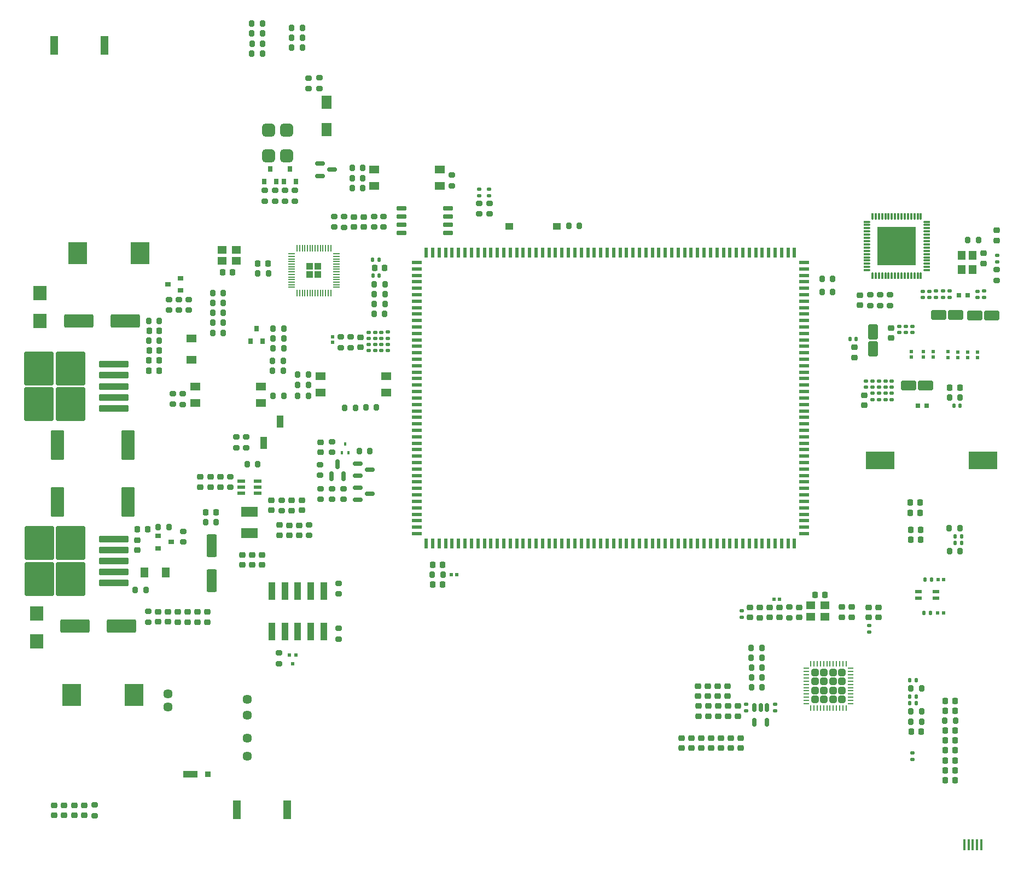
<source format=gtp>
G04 #@! TF.GenerationSoftware,KiCad,Pcbnew,8.0.0-rc1*
G04 #@! TF.CreationDate,2024-10-18T14:45:25+03:00*
G04 #@! TF.ProjectId,Movita_3568_XV_Router_V4.1,4d6f7669-7461-45f3-9335-36385f58565f,REV1*
G04 #@! TF.SameCoordinates,Original*
G04 #@! TF.FileFunction,Paste,Top*
G04 #@! TF.FilePolarity,Positive*
%FSLAX46Y46*%
G04 Gerber Fmt 4.6, Leading zero omitted, Abs format (unit mm)*
G04 Created by KiCad (PCBNEW 8.0.0-rc1) date 2024-10-18 14:45:25*
%MOMM*%
%LPD*%
G01*
G04 APERTURE LIST*
G04 Aperture macros list*
%AMRoundRect*
0 Rectangle with rounded corners*
0 $1 Rounding radius*
0 $2 $3 $4 $5 $6 $7 $8 $9 X,Y pos of 4 corners*
0 Add a 4 corners polygon primitive as box body*
4,1,4,$2,$3,$4,$5,$6,$7,$8,$9,$2,$3,0*
0 Add four circle primitives for the rounded corners*
1,1,$1+$1,$2,$3*
1,1,$1+$1,$4,$5*
1,1,$1+$1,$6,$7*
1,1,$1+$1,$8,$9*
0 Add four rect primitives between the rounded corners*
20,1,$1+$1,$2,$3,$4,$5,0*
20,1,$1+$1,$4,$5,$6,$7,0*
20,1,$1+$1,$6,$7,$8,$9,0*
20,1,$1+$1,$8,$9,$2,$3,0*%
%AMFreePoly0*
4,1,12,-0.135000,0.500000,0.135000,0.500000,0.135000,-0.365000,0.124724,-0.416662,0.095459,-0.460459,0.051662,-0.489724,0.000000,-0.500000,-0.051662,-0.489724,-0.095459,-0.460459,-0.124724,-0.416662,-0.135000,-0.365000,-0.135000,0.500000,-0.135000,0.500000,$1*%
%AMFreePoly1*
4,1,5,3.000000,-3.000000,-3.000000,-3.000000,-3.000000,3.000000,3.000000,3.000000,3.000000,-3.000000,3.000000,-3.000000,$1*%
G04 Aperture macros list end*
%ADD10RoundRect,0.200000X-0.200000X-0.275000X0.200000X-0.275000X0.200000X0.275000X-0.200000X0.275000X0*%
%ADD11RoundRect,0.140000X0.170000X-0.140000X0.170000X0.140000X-0.170000X0.140000X-0.170000X-0.140000X0*%
%ADD12RoundRect,0.200000X0.200000X0.275000X-0.200000X0.275000X-0.200000X-0.275000X0.200000X-0.275000X0*%
%ADD13RoundRect,0.140000X-0.140000X-0.170000X0.140000X-0.170000X0.140000X0.170000X-0.140000X0.170000X0*%
%ADD14RoundRect,0.135000X0.185000X-0.135000X0.185000X0.135000X-0.185000X0.135000X-0.185000X-0.135000X0*%
%ADD15RoundRect,0.200000X0.275000X-0.200000X0.275000X0.200000X-0.275000X0.200000X-0.275000X-0.200000X0*%
%ADD16RoundRect,0.225000X-0.250000X0.225000X-0.250000X-0.225000X0.250000X-0.225000X0.250000X0.225000X0*%
%ADD17RoundRect,0.135000X0.135000X0.185000X-0.135000X0.185000X-0.135000X-0.185000X0.135000X-0.185000X0*%
%ADD18RoundRect,0.140000X-0.170000X0.140000X-0.170000X-0.140000X0.170000X-0.140000X0.170000X0.140000X0*%
%ADD19RoundRect,0.200000X-0.275000X0.200000X-0.275000X-0.200000X0.275000X-0.200000X0.275000X0.200000X0*%
%ADD20R,1.150000X1.650000*%
%ADD21RoundRect,0.250000X0.315000X-0.315000X0.315000X0.315000X-0.315000X0.315000X-0.315000X-0.315000X0*%
%ADD22RoundRect,0.062500X0.062500X-0.375000X0.062500X0.375000X-0.062500X0.375000X-0.062500X-0.375000X0*%
%ADD23RoundRect,0.062500X0.375000X-0.062500X0.375000X0.062500X-0.375000X0.062500X-0.375000X-0.062500X0*%
%ADD24R,1.300000X3.000000*%
%ADD25R,0.650000X0.700000*%
%ADD26RoundRect,0.225000X-0.225000X-0.250000X0.225000X-0.250000X0.225000X0.250000X-0.225000X0.250000X0*%
%ADD27RoundRect,0.135000X-0.135000X-0.185000X0.135000X-0.185000X0.135000X0.185000X-0.135000X0.185000X0*%
%ADD28R,1.500000X0.600000*%
%ADD29R,0.600000X1.500000*%
%ADD30RoundRect,0.225000X0.250000X-0.225000X0.250000X0.225000X-0.250000X0.225000X-0.250000X-0.225000X0*%
%ADD31RoundRect,0.225000X0.225000X0.250000X-0.225000X0.250000X-0.225000X-0.250000X0.225000X-0.250000X0*%
%ADD32R,1.000000X2.750000*%
%ADD33R,0.800000X0.900000*%
%ADD34R,0.900000X0.800000*%
%ADD35R,0.600000X0.550000*%
%ADD36RoundRect,0.135000X-0.185000X0.135000X-0.185000X-0.135000X0.185000X-0.135000X0.185000X0.135000X0*%
%ADD37R,1.500000X1.250000*%
%ADD38RoundRect,0.140000X0.140000X0.170000X-0.140000X0.170000X-0.140000X-0.170000X0.140000X-0.170000X0*%
%ADD39R,0.550000X0.600000*%
%ADD40RoundRect,0.218750X0.256250X-0.218750X0.256250X0.218750X-0.256250X0.218750X-0.256250X-0.218750X0*%
%ADD41RoundRect,0.250000X-0.292217X0.292217X-0.292217X-0.292217X0.292217X-0.292217X0.292217X0.292217X0*%
%ADD42RoundRect,0.050000X-0.050000X0.425000X-0.050000X-0.425000X0.050000X-0.425000X0.050000X0.425000X0*%
%ADD43RoundRect,0.050000X-0.425000X0.050000X-0.425000X-0.050000X0.425000X-0.050000X0.425000X0.050000X0*%
%ADD44RoundRect,0.500000X0.500000X-0.500000X0.500000X0.500000X-0.500000X0.500000X-0.500000X-0.500000X0*%
%ADD45RoundRect,0.500000X-0.500000X0.500000X-0.500000X-0.500000X0.500000X-0.500000X0.500000X0.500000X0*%
%ADD46R,2.170000X1.120000*%
%ADD47R,0.850000X0.850000*%
%ADD48FreePoly0,0.000000*%
%ADD49FreePoly0,90.000000*%
%ADD50FreePoly0,180.000000*%
%ADD51FreePoly0,270.000000*%
%ADD52FreePoly1,0.000000*%
%ADD53R,1.200000X1.400000*%
%ADD54RoundRect,0.250001X0.799999X-2.049999X0.799999X2.049999X-0.799999X2.049999X-0.799999X-2.049999X0*%
%ADD55RoundRect,0.250001X1.999999X0.799999X-1.999999X0.799999X-1.999999X-0.799999X1.999999X-0.799999X0*%
%ADD56R,0.400000X1.745000*%
%ADD57RoundRect,0.250001X-0.799999X2.049999X-0.799999X-2.049999X0.799999X-2.049999X0.799999X2.049999X0*%
%ADD58R,1.400000X1.200000*%
%ADD59R,1.200000X1.000000*%
%ADD60RoundRect,0.250001X-0.924999X-0.499999X0.924999X-0.499999X0.924999X0.499999X-0.924999X0.499999X0*%
%ADD61RoundRect,0.250000X-0.550000X1.500000X-0.550000X-1.500000X0.550000X-1.500000X0.550000X1.500000X0*%
%ADD62RoundRect,0.250000X2.050000X0.300000X-2.050000X0.300000X-2.050000X-0.300000X2.050000X-0.300000X0*%
%ADD63RoundRect,0.250000X2.025000X2.375000X-2.025000X2.375000X-2.025000X-2.375000X2.025000X-2.375000X0*%
%ADD64R,0.400000X0.510000*%
%ADD65RoundRect,0.150000X-0.587500X-0.150000X0.587500X-0.150000X0.587500X0.150000X-0.587500X0.150000X0*%
%ADD66RoundRect,0.147500X-0.172500X0.147500X-0.172500X-0.147500X0.172500X-0.147500X0.172500X0.147500X0*%
%ADD67R,1.050000X0.600000*%
%ADD68RoundRect,0.150000X-0.150000X0.512500X-0.150000X-0.512500X0.150000X-0.512500X0.150000X0.512500X0*%
%ADD69R,3.000000X3.500000*%
%ADD70RoundRect,0.150000X-0.650000X-0.150000X0.650000X-0.150000X0.650000X0.150000X-0.650000X0.150000X0*%
%ADD71RoundRect,0.218750X0.218750X0.256250X-0.218750X0.256250X-0.218750X-0.256250X0.218750X-0.256250X0*%
%ADD72RoundRect,0.218750X-0.256250X0.218750X-0.256250X-0.218750X0.256250X-0.218750X0.256250X0.218750X0*%
%ADD73RoundRect,0.250001X0.924999X0.499999X-0.924999X0.499999X-0.924999X-0.499999X0.924999X-0.499999X0*%
%ADD74R,2.500000X1.500000*%
%ADD75R,1.200000X0.600000*%
%ADD76RoundRect,0.500000X0.200000X0.150000X-0.200000X0.150000X-0.200000X-0.150000X0.200000X-0.150000X0*%
%ADD77R,1.000000X1.900000*%
%ADD78RoundRect,0.250001X-0.499999X0.924999X-0.499999X-0.924999X0.499999X-0.924999X0.499999X0.924999X0*%
%ADD79R,2.050000X2.250000*%
%ADD80R,1.500000X2.120000*%
%ADD81R,4.400000X2.800000*%
%ADD82R,0.500000X0.600000*%
%ADD83R,1.650000X1.150000*%
%ADD84RoundRect,0.150000X0.150000X-0.587500X0.150000X0.587500X-0.150000X0.587500X-0.150000X-0.587500X0*%
G04 APERTURE END LIST*
D10*
X192485000Y-142700000D03*
X194135000Y-142700000D03*
D11*
X192170000Y-77110000D03*
X192170000Y-76150000D03*
X182270000Y-91040000D03*
X182270000Y-90080000D03*
D12*
X105815000Y-78165000D03*
X104165000Y-78165000D03*
D13*
X103930000Y-71270000D03*
X104890000Y-71270000D03*
D14*
X166230000Y-141160000D03*
X166230000Y-140140000D03*
D13*
X103940000Y-73770000D03*
X104900000Y-73770000D03*
D15*
X88790000Y-62225711D03*
X88790000Y-60575711D03*
D12*
X194845000Y-92590000D03*
X193195000Y-92590000D03*
D15*
X89440000Y-133825000D03*
X89440000Y-132175000D03*
D16*
X86770000Y-116975000D03*
X86770000Y-118525000D03*
D17*
X188020000Y-136400000D03*
X187000000Y-136400000D03*
D18*
X184270000Y-91970000D03*
X184270000Y-92930000D03*
D10*
X88410000Y-86940000D03*
X90060000Y-86940000D03*
D15*
X91870000Y-62225000D03*
X91870000Y-60575000D03*
D19*
X84340000Y-98760000D03*
X84340000Y-100410000D03*
D12*
X72395000Y-112670000D03*
X70745000Y-112670000D03*
D16*
X70670000Y-125800000D03*
X70670000Y-127350000D03*
D20*
X68577500Y-119695000D03*
X71877500Y-119695000D03*
D10*
X193195000Y-116450000D03*
X194845000Y-116450000D03*
D21*
X172362500Y-139390000D03*
X173762500Y-139390000D03*
X175162500Y-139390000D03*
X176562500Y-139390000D03*
X172362500Y-137990000D03*
X173762500Y-137990000D03*
X175162500Y-137990000D03*
X176562500Y-137990000D03*
X172362500Y-136590000D03*
X173762500Y-136590000D03*
X175162500Y-136590000D03*
X176562500Y-136590000D03*
X172362500Y-135190000D03*
X173762500Y-135190000D03*
X175162500Y-135190000D03*
X176562500Y-135190000D03*
D22*
X171712500Y-140727500D03*
X172212500Y-140727500D03*
X172712500Y-140727500D03*
X173212500Y-140727500D03*
X173712500Y-140727500D03*
X174212500Y-140727500D03*
X174712500Y-140727500D03*
X175212500Y-140727500D03*
X175712500Y-140727500D03*
X176212500Y-140727500D03*
X176712500Y-140727500D03*
X177212500Y-140727500D03*
D23*
X177900000Y-140040000D03*
X177900000Y-139540000D03*
X177900000Y-139040000D03*
X177900000Y-138540000D03*
X177900000Y-138040000D03*
X177900000Y-137540000D03*
X177900000Y-137040000D03*
X177900000Y-136540000D03*
X177900000Y-136040000D03*
X177900000Y-135540000D03*
X177900000Y-135040000D03*
X177900000Y-134540000D03*
D22*
X177212500Y-133852500D03*
X176712500Y-133852500D03*
X176212500Y-133852500D03*
X175712500Y-133852500D03*
X175212500Y-133852500D03*
X174712500Y-133852500D03*
X174212500Y-133852500D03*
X173712500Y-133852500D03*
X173212500Y-133852500D03*
X172712500Y-133852500D03*
X172212500Y-133852500D03*
X171712500Y-133852500D03*
D23*
X171025000Y-134540000D03*
X171025000Y-135040000D03*
X171025000Y-135540000D03*
X171025000Y-136040000D03*
X171025000Y-136540000D03*
X171025000Y-137040000D03*
X171025000Y-137540000D03*
X171025000Y-138040000D03*
X171025000Y-138540000D03*
X171025000Y-139040000D03*
X171025000Y-139540000D03*
X171025000Y-140040000D03*
D16*
X72210000Y-125800000D03*
X72210000Y-127350000D03*
D24*
X82915000Y-156430000D03*
X90715000Y-156430000D03*
D25*
X195975000Y-76790000D03*
X194625000Y-76790000D03*
D26*
X113175000Y-121580000D03*
X114725000Y-121580000D03*
D27*
X189400000Y-120790000D03*
X190420000Y-120790000D03*
D28*
X170710000Y-113700000D03*
X170710000Y-112700000D03*
X170710000Y-111700000D03*
X170710000Y-110700000D03*
X170710000Y-109700000D03*
X170710000Y-108700000D03*
X170710000Y-107700000D03*
X170710000Y-106700000D03*
X170710000Y-105700000D03*
X170710000Y-104700000D03*
X170710000Y-103700000D03*
X170710000Y-102700000D03*
X170710000Y-101700000D03*
X170710000Y-100700000D03*
X170710000Y-99700000D03*
X170710000Y-98700000D03*
X170710000Y-97700000D03*
X170710000Y-96700000D03*
X170710000Y-95700000D03*
X170710000Y-94700000D03*
X170710000Y-93700000D03*
X170710000Y-92700000D03*
X170710000Y-91700000D03*
X170710000Y-90700000D03*
X170710000Y-89700000D03*
X170710000Y-88700000D03*
X170710000Y-87700000D03*
X170710000Y-86700000D03*
X170710000Y-85700000D03*
X170710000Y-84700000D03*
X170710000Y-83700000D03*
X170710000Y-82700000D03*
X170710000Y-81700000D03*
X170710000Y-80700000D03*
X170710000Y-79700000D03*
X170710000Y-78700000D03*
X170710000Y-77700000D03*
X170710000Y-76700000D03*
X170710000Y-75700000D03*
X170710000Y-74700000D03*
X170710000Y-73700000D03*
X170710000Y-72700000D03*
X170710000Y-71700000D03*
D29*
X169210000Y-70200000D03*
X168210000Y-70200000D03*
X167210000Y-70200000D03*
X166210000Y-70200000D03*
X165210000Y-70200000D03*
X164210000Y-70200000D03*
X163210000Y-70200000D03*
X162210000Y-70200000D03*
X161210000Y-70200000D03*
X160210000Y-70200000D03*
X159210000Y-70200000D03*
X158210000Y-70200000D03*
X157210000Y-70200000D03*
X156210000Y-70200000D03*
X155210000Y-70200000D03*
X154210000Y-70200000D03*
X153210000Y-70200000D03*
X152210000Y-70200000D03*
X151210000Y-70200000D03*
X150210000Y-70200000D03*
X149210000Y-70200000D03*
X148210000Y-70200000D03*
X147210000Y-70200000D03*
X146210000Y-70200000D03*
X145210000Y-70200000D03*
X144210000Y-70200000D03*
X143210000Y-70200000D03*
X142210000Y-70200000D03*
X141210000Y-70200000D03*
X140210000Y-70200000D03*
X139210000Y-70200000D03*
X138210000Y-70200000D03*
X137210000Y-70200000D03*
X136210000Y-70200000D03*
X135210000Y-70200000D03*
X134210000Y-70200000D03*
X133210000Y-70200000D03*
X132210000Y-70200000D03*
X131210000Y-70200000D03*
X130210000Y-70200000D03*
X129210000Y-70200000D03*
X128210000Y-70200000D03*
X127210000Y-70200000D03*
X126210000Y-70200000D03*
X125210000Y-70200000D03*
X124210000Y-70200000D03*
X123210000Y-70200000D03*
X122210000Y-70200000D03*
X121210000Y-70200000D03*
X120210000Y-70200000D03*
X119210000Y-70200000D03*
X118210000Y-70200000D03*
X117210000Y-70200000D03*
X116210000Y-70200000D03*
X115210000Y-70200000D03*
X114210000Y-70200000D03*
X113210000Y-70200000D03*
X112210000Y-70200000D03*
D28*
X110710000Y-71700000D03*
X110710000Y-72700000D03*
X110710000Y-73700000D03*
X110710000Y-74700000D03*
X110710000Y-75700000D03*
X110710000Y-76700000D03*
X110710000Y-77700000D03*
X110710000Y-78700000D03*
X110710000Y-79700000D03*
X110710000Y-80700000D03*
X110710000Y-81700000D03*
X110710000Y-82700000D03*
X110710000Y-83700000D03*
X110710000Y-84700000D03*
X110710000Y-85700000D03*
X110710000Y-86700000D03*
X110710000Y-87700000D03*
X110710000Y-88700000D03*
X110710000Y-89700000D03*
X110710000Y-90700000D03*
X110710000Y-91700000D03*
X110710000Y-92700000D03*
X110710000Y-93700000D03*
X110710000Y-94700000D03*
X110710000Y-95700000D03*
X110710000Y-96700000D03*
X110710000Y-97700000D03*
X110710000Y-98700000D03*
X110710000Y-99700000D03*
X110710000Y-100700000D03*
X110710000Y-101700000D03*
X110710000Y-102700000D03*
X110710000Y-103700000D03*
X110710000Y-104700000D03*
X110710000Y-105700000D03*
X110710000Y-106700000D03*
X110710000Y-107700000D03*
X110710000Y-108700000D03*
X110710000Y-109700000D03*
X110710000Y-110700000D03*
X110710000Y-111700000D03*
X110710000Y-112700000D03*
X110710000Y-113700000D03*
D29*
X112210000Y-115200000D03*
X113210000Y-115200000D03*
X114210000Y-115200000D03*
X115210000Y-115200000D03*
X116210000Y-115200000D03*
X117210000Y-115200000D03*
X118210000Y-115200000D03*
X119210000Y-115200000D03*
X120210000Y-115200000D03*
X121210000Y-115200000D03*
X122210000Y-115200000D03*
X123210000Y-115200000D03*
X124210000Y-115200000D03*
X125210000Y-115200000D03*
X126210000Y-115200000D03*
X127210000Y-115200000D03*
X128210000Y-115200000D03*
X129210000Y-115200000D03*
X130210000Y-115200000D03*
X131210000Y-115200000D03*
X132210000Y-115200000D03*
X133210000Y-115200000D03*
X134210000Y-115200000D03*
X135210000Y-115200000D03*
X136210000Y-115200000D03*
X137210000Y-115200000D03*
X138210000Y-115200000D03*
X139210000Y-115200000D03*
X140210000Y-115200000D03*
X141210000Y-115200000D03*
X142210000Y-115200000D03*
X143210000Y-115200000D03*
X144210000Y-115200000D03*
X145210000Y-115200000D03*
X146210000Y-115200000D03*
X147210000Y-115200000D03*
X148210000Y-115200000D03*
X149210000Y-115200000D03*
X150210000Y-115200000D03*
X151210000Y-115200000D03*
X152210000Y-115200000D03*
X153210000Y-115200000D03*
X154210000Y-115200000D03*
X155210000Y-115200000D03*
X156210000Y-115200000D03*
X157210000Y-115200000D03*
X158210000Y-115200000D03*
X159210000Y-115200000D03*
X160210000Y-115200000D03*
X161210000Y-115200000D03*
X162210000Y-115200000D03*
X163210000Y-115200000D03*
X164210000Y-115200000D03*
X165210000Y-115200000D03*
X166210000Y-115200000D03*
X167210000Y-115200000D03*
X168210000Y-115200000D03*
X169210000Y-115200000D03*
D10*
X85195000Y-36270000D03*
X86845000Y-36270000D03*
X85225000Y-37820000D03*
X86875000Y-37820000D03*
D15*
X120410000Y-64175000D03*
X120410000Y-62525000D03*
D26*
X104220000Y-72520000D03*
X105770000Y-72520000D03*
D30*
X73750000Y-127380000D03*
X73750000Y-125830000D03*
D16*
X184120000Y-81855000D03*
X184120000Y-83405000D03*
D15*
X104110000Y-66230000D03*
X104110000Y-64580000D03*
D31*
X70870000Y-82330000D03*
X69320000Y-82330000D03*
D16*
X154780000Y-145350000D03*
X154780000Y-146900000D03*
D32*
X88330000Y-122605000D03*
X88330000Y-128855000D03*
X90330000Y-122605000D03*
X90330000Y-128855000D03*
X92330000Y-122605000D03*
X92330000Y-128855000D03*
X94330000Y-122605000D03*
X94330000Y-128855000D03*
X96330000Y-122605000D03*
X96330000Y-128855000D03*
D30*
X169960000Y-126680000D03*
X169960000Y-125130000D03*
D15*
X97620000Y-108400000D03*
X97620000Y-106750000D03*
D33*
X87100000Y-59215711D03*
X89000000Y-59215711D03*
X88050000Y-57215711D03*
D10*
X99585000Y-94190000D03*
X101235000Y-94190000D03*
D11*
X189060000Y-77130000D03*
X189060000Y-76170000D03*
D34*
X70735000Y-114060000D03*
X70735000Y-115960000D03*
X72735000Y-115010000D03*
D35*
X192940000Y-85552500D03*
X192940000Y-86402500D03*
D19*
X105605000Y-64580000D03*
X105605000Y-66230000D03*
D30*
X91015000Y-113942500D03*
X91015000Y-112392500D03*
D16*
X151730000Y-145350000D03*
X151730000Y-146900000D03*
X157820000Y-145350000D03*
X157820000Y-146900000D03*
D26*
X192535000Y-141170000D03*
X194085000Y-141170000D03*
D30*
X67520000Y-116265000D03*
X67520000Y-114715000D03*
D19*
X200530000Y-72845000D03*
X200530000Y-74495000D03*
D12*
X105815000Y-76615000D03*
X104165000Y-76615000D03*
D36*
X161010000Y-125680000D03*
X161010000Y-126700000D03*
D30*
X165380000Y-126685000D03*
X165380000Y-125135000D03*
D19*
X100512500Y-83245000D03*
X100512500Y-84895000D03*
D37*
X76450000Y-90960000D03*
X76450000Y-93500000D03*
X86610000Y-93500000D03*
X86610000Y-90960000D03*
D16*
X157360000Y-140405000D03*
X157360000Y-141955000D03*
D30*
X75290000Y-127385000D03*
X75290000Y-125835000D03*
D11*
X184260000Y-91030000D03*
X184260000Y-90070000D03*
D16*
X101050000Y-64660000D03*
X101050000Y-66210000D03*
D11*
X183270000Y-91040000D03*
X183270000Y-90080000D03*
D10*
X91385000Y-36870000D03*
X93035000Y-36870000D03*
D12*
X90145000Y-83460000D03*
X88495000Y-83460000D03*
D35*
X97742500Y-83247500D03*
X97742500Y-84097500D03*
D31*
X188675000Y-108900000D03*
X187125000Y-108900000D03*
D38*
X178770000Y-83570000D03*
X177810000Y-83570000D03*
D11*
X197530000Y-77120000D03*
X197530000Y-76160000D03*
D12*
X70905000Y-80780000D03*
X69255000Y-80780000D03*
D18*
X103310000Y-84385000D03*
X103310000Y-85345000D03*
D39*
X166910000Y-123880000D03*
X166060000Y-123880000D03*
D17*
X195050000Y-114160000D03*
X194030000Y-114160000D03*
D31*
X70840000Y-88440000D03*
X69290000Y-88440000D03*
D15*
X121970000Y-64195000D03*
X121970000Y-62545000D03*
D16*
X91380000Y-108560000D03*
X91380000Y-110110000D03*
D19*
X168430000Y-125080000D03*
X168430000Y-126730000D03*
D40*
X160450000Y-141962500D03*
X160450000Y-140387500D03*
D10*
X101825000Y-100885000D03*
X103475000Y-100885000D03*
D39*
X191392500Y-126010000D03*
X192242500Y-126010000D03*
D18*
X182270000Y-91980000D03*
X182270000Y-92940000D03*
D41*
X95457500Y-72322500D03*
X94182500Y-72322500D03*
X95457500Y-73597500D03*
X94182500Y-73597500D03*
D42*
X97420000Y-69485500D03*
X97020000Y-69485500D03*
X96620000Y-69485500D03*
X96220000Y-69485500D03*
X95820000Y-69485500D03*
X95420000Y-69485500D03*
X95020000Y-69485500D03*
X94620000Y-69485500D03*
X94220000Y-69485500D03*
X93820000Y-69485500D03*
X93420000Y-69485500D03*
X93020000Y-69485500D03*
X92620000Y-69485500D03*
X92220000Y-69485500D03*
D43*
X91345500Y-70360000D03*
X91345500Y-70760000D03*
X91345500Y-71160000D03*
X91345500Y-71560000D03*
X91345500Y-71960000D03*
X91345500Y-72360000D03*
X91345500Y-72760000D03*
X91345500Y-73160000D03*
X91345500Y-73560000D03*
X91345500Y-73960000D03*
X91345500Y-74360000D03*
X91345500Y-74760000D03*
X91345500Y-75160000D03*
X91345500Y-75560000D03*
D42*
X92220000Y-76434500D03*
X92620000Y-76434500D03*
X93020000Y-76434500D03*
X93420000Y-76434500D03*
X93820000Y-76434500D03*
X94220000Y-76434500D03*
X94620000Y-76434500D03*
X95020000Y-76434500D03*
X95420000Y-76434500D03*
X95820000Y-76434500D03*
X96220000Y-76434500D03*
X96620000Y-76434500D03*
X97020000Y-76434500D03*
X97420000Y-76434500D03*
D43*
X98294500Y-75560000D03*
X98294500Y-75160000D03*
X98294500Y-74760000D03*
X98294500Y-74360000D03*
X98294500Y-73960000D03*
X98294500Y-73560000D03*
X98294500Y-73160000D03*
X98294500Y-72760000D03*
X98294500Y-72360000D03*
X98294500Y-71960000D03*
X98294500Y-71560000D03*
X98294500Y-71160000D03*
X98294500Y-70760000D03*
X98294500Y-70360000D03*
D15*
X95860000Y-108400000D03*
X95860000Y-106750000D03*
D26*
X192525000Y-145740000D03*
X194075000Y-145740000D03*
D44*
X87800000Y-51200000D03*
D45*
X87800000Y-55200000D03*
D19*
X72950000Y-92015000D03*
X72950000Y-93665000D03*
D46*
X75730000Y-151000000D03*
D47*
X78410000Y-151000000D03*
D31*
X173935000Y-123170000D03*
X172385000Y-123170000D03*
D15*
X95800000Y-104670000D03*
X95800000Y-103020000D03*
D10*
X193155000Y-112880000D03*
X194805000Y-112880000D03*
X104145000Y-79685000D03*
X105795000Y-79685000D03*
X85185000Y-34730000D03*
X86835000Y-34730000D03*
D12*
X87765000Y-73410000D03*
X86115000Y-73410000D03*
D48*
X188770000Y-64560000D03*
X188270000Y-64560000D03*
X187770000Y-64560000D03*
X187270000Y-64560000D03*
X186770000Y-64560000D03*
X186270000Y-64560000D03*
X185770000Y-64560000D03*
X185270000Y-64560000D03*
X184770000Y-64560000D03*
X184270000Y-64560000D03*
X183770000Y-64560000D03*
X183270000Y-64560000D03*
X182770000Y-64560000D03*
X182270000Y-64560000D03*
X181770000Y-64560000D03*
X181270000Y-64560000D03*
D49*
X180420000Y-65410000D03*
X180420000Y-65910000D03*
X180420000Y-66410000D03*
X180420000Y-66910000D03*
X180420000Y-67410000D03*
X180420000Y-67910000D03*
X180420000Y-68410000D03*
X180420000Y-68910000D03*
X180420000Y-69410000D03*
X180420000Y-69910000D03*
X180420000Y-70410000D03*
X180420000Y-70910000D03*
X180420000Y-71410000D03*
X180420000Y-71910000D03*
X180420000Y-72410000D03*
X180420000Y-72910000D03*
D50*
X181270000Y-73760000D03*
X181770000Y-73760000D03*
X182270000Y-73760000D03*
X182770000Y-73760000D03*
X183270000Y-73760000D03*
X183770000Y-73760000D03*
X184270000Y-73760000D03*
X184770000Y-73760000D03*
X185270000Y-73760000D03*
X185770000Y-73760000D03*
X186270000Y-73760000D03*
X186770000Y-73760000D03*
X187270000Y-73760000D03*
X187770000Y-73760000D03*
X188270000Y-73760000D03*
X188770000Y-73760000D03*
D51*
X189620000Y-72910000D03*
X189620000Y-72410000D03*
X189620000Y-71910000D03*
X189620000Y-71410000D03*
X189620000Y-70910000D03*
X189620000Y-70410000D03*
X189620000Y-69910000D03*
X189620000Y-69410000D03*
X189620000Y-68910000D03*
X189620000Y-68410000D03*
X189620000Y-67910000D03*
X189620000Y-67410000D03*
X189620000Y-66910000D03*
X189620000Y-66410000D03*
X189620000Y-65910000D03*
X189620000Y-65410000D03*
D52*
X185020000Y-69160000D03*
D53*
X195105000Y-70630000D03*
X195105000Y-72830000D03*
X196805000Y-72830000D03*
X196805000Y-70630000D03*
D12*
X102395000Y-58630000D03*
X100745000Y-58630000D03*
D30*
X54630000Y-157325000D03*
X54630000Y-155775000D03*
D10*
X113140000Y-120050000D03*
X114790000Y-120050000D03*
D27*
X189210000Y-126020000D03*
X190230000Y-126020000D03*
D30*
X176570000Y-126625000D03*
X176570000Y-125075000D03*
D16*
X179360000Y-76800000D03*
X179360000Y-78350000D03*
D12*
X80790000Y-81055000D03*
X79140000Y-81055000D03*
D30*
X92540000Y-113960000D03*
X92540000Y-112410000D03*
D16*
X85240000Y-116975000D03*
X85240000Y-118525000D03*
D54*
X66060000Y-108800000D03*
X66060000Y-100000000D03*
D16*
X159340000Y-145350000D03*
X159340000Y-146900000D03*
X77255000Y-104935000D03*
X77255000Y-106485000D03*
D35*
X190690000Y-85492500D03*
X190690000Y-86342500D03*
D31*
X188720000Y-113090000D03*
X187170000Y-113090000D03*
D55*
X65620000Y-80745000D03*
X58420000Y-80745000D03*
D30*
X155810000Y-138855000D03*
X155810000Y-137305000D03*
D12*
X79700000Y-111960000D03*
X78050000Y-111960000D03*
D30*
X162310000Y-126700000D03*
X162310000Y-125150000D03*
D26*
X187285000Y-144330000D03*
X188835000Y-144330000D03*
X113195000Y-118530000D03*
X114745000Y-118530000D03*
D30*
X89460000Y-113940000D03*
X89460000Y-112390000D03*
D15*
X180900000Y-78385000D03*
X180900000Y-76735000D03*
D10*
X102875000Y-94170000D03*
X104525000Y-94170000D03*
D39*
X116102500Y-120060000D03*
X116952500Y-120060000D03*
D55*
X65020000Y-128050000D03*
X57820000Y-128050000D03*
D16*
X158910000Y-140410000D03*
X158910000Y-141960000D03*
D18*
X181270000Y-91970000D03*
X181270000Y-92930000D03*
D31*
X194790000Y-91060000D03*
X193240000Y-91060000D03*
D56*
X195510000Y-161858750D03*
X196160000Y-161858750D03*
X196810000Y-161858750D03*
X197460000Y-161858750D03*
X198110000Y-161858750D03*
D10*
X79150000Y-76450000D03*
X80800000Y-76450000D03*
D31*
X188675000Y-110460000D03*
X187125000Y-110460000D03*
D19*
X74560000Y-113365000D03*
X74560000Y-115015000D03*
D10*
X196015000Y-68250000D03*
X197665000Y-68250000D03*
D11*
X191090000Y-77110000D03*
X191090000Y-76150000D03*
D16*
X155840000Y-140410000D03*
X155840000Y-141960000D03*
D25*
X189640000Y-93910000D03*
X188290000Y-93910000D03*
D57*
X55110000Y-100000000D03*
X55110000Y-108800000D03*
D11*
X103305000Y-83470000D03*
X103305000Y-82510000D03*
D18*
X183270000Y-91980000D03*
X183270000Y-92940000D03*
D16*
X154320000Y-140405000D03*
X154320000Y-141955000D03*
D58*
X171750000Y-126535000D03*
X173950000Y-126535000D03*
X173950000Y-124835000D03*
X171750000Y-124835000D03*
D18*
X105280000Y-84380000D03*
X105280000Y-85340000D03*
D16*
X88260000Y-108535000D03*
X88260000Y-110085000D03*
D59*
X132460000Y-66090000D03*
X125060000Y-66090000D03*
D35*
X194460000Y-85572500D03*
X194460000Y-86422500D03*
D30*
X180700000Y-126650000D03*
X180700000Y-125100000D03*
D16*
X153250000Y-145350000D03*
X153250000Y-146900000D03*
D40*
X163850000Y-126717500D03*
X163850000Y-125142500D03*
D12*
X86140000Y-102950000D03*
X84490000Y-102950000D03*
X105815000Y-75080000D03*
X104165000Y-75080000D03*
D30*
X157330000Y-138850000D03*
X157330000Y-137300000D03*
D26*
X192525000Y-148820000D03*
X194075000Y-148820000D03*
D17*
X188020000Y-138930000D03*
X187000000Y-138930000D03*
D15*
X95655000Y-44765000D03*
X95655000Y-43115000D03*
D12*
X164167500Y-131370000D03*
X162517500Y-131370000D03*
D31*
X70860000Y-85365000D03*
X69310000Y-85365000D03*
D60*
X186880000Y-90720000D03*
X189530000Y-90720000D03*
D61*
X79010000Y-115590000D03*
X79010000Y-120990000D03*
D12*
X135905000Y-66060000D03*
X134255000Y-66060000D03*
D11*
X193230000Y-77110000D03*
X193230000Y-76150000D03*
D36*
X161730000Y-140125000D03*
X161730000Y-141145000D03*
D10*
X173465000Y-74250000D03*
X175115000Y-74250000D03*
X91385000Y-35350000D03*
X93035000Y-35350000D03*
X79155000Y-77980000D03*
X80805000Y-77980000D03*
D62*
X63867500Y-121320000D03*
X63867500Y-119620000D03*
X63867500Y-117920000D03*
D63*
X57142500Y-120695000D03*
X57142500Y-115145000D03*
X52292500Y-120695000D03*
X52292500Y-115145000D03*
D62*
X63867500Y-116220000D03*
X63867500Y-114520000D03*
D31*
X69065000Y-112990000D03*
X67515000Y-112990000D03*
D16*
X83700000Y-116975000D03*
X83700000Y-118525000D03*
D64*
X99160000Y-101135000D03*
X100160000Y-101135000D03*
X99660000Y-99845000D03*
D11*
X104280000Y-83465000D03*
X104280000Y-82505000D03*
D19*
X99510000Y-64605000D03*
X99510000Y-66255000D03*
D15*
X81860000Y-106520000D03*
X81860000Y-104870000D03*
D16*
X92930000Y-108550000D03*
X92930000Y-110100000D03*
D15*
X98650000Y-130015000D03*
X98650000Y-128365000D03*
D10*
X85195000Y-39330000D03*
X86845000Y-39330000D03*
D19*
X98640000Y-121405000D03*
X98640000Y-123055000D03*
D31*
X70855000Y-86890000D03*
X69305000Y-86890000D03*
D18*
X106260000Y-84380000D03*
X106260000Y-85340000D03*
D12*
X80790000Y-79505000D03*
X79140000Y-79505000D03*
D26*
X192545000Y-151890000D03*
X194095000Y-151890000D03*
D65*
X101600000Y-102845000D03*
X101600000Y-104745000D03*
X103475000Y-103795000D03*
D15*
X93990000Y-44785000D03*
X93990000Y-43135000D03*
D16*
X160860000Y-145350000D03*
X160860000Y-146900000D03*
D66*
X120410000Y-60395000D03*
X120410000Y-61365000D03*
D14*
X187440000Y-148690000D03*
X187440000Y-147670000D03*
D11*
X190080000Y-77130000D03*
X190080000Y-76170000D03*
X105260000Y-83465000D03*
X105260000Y-82505000D03*
D33*
X90170000Y-59200711D03*
X92070000Y-59200711D03*
X91120000Y-57200711D03*
D26*
X80655000Y-73200000D03*
X82205000Y-73200000D03*
D30*
X78340000Y-127380000D03*
X78340000Y-125830000D03*
D67*
X188410000Y-123700000D03*
X191060000Y-123700000D03*
X191060000Y-122700000D03*
X188410000Y-122700000D03*
D65*
X101632500Y-106577500D03*
X101632500Y-108477500D03*
X103507500Y-107527500D03*
D40*
X178470000Y-86435000D03*
X178470000Y-84860000D03*
D30*
X158880000Y-138850000D03*
X158880000Y-137300000D03*
D44*
X90600000Y-51180000D03*
D45*
X90600000Y-55180000D03*
D30*
X154290000Y-138855000D03*
X154290000Y-137305000D03*
D12*
X90165000Y-92360000D03*
X88515000Y-92360000D03*
D15*
X183990000Y-78390000D03*
X183990000Y-76740000D03*
D10*
X92320000Y-92370000D03*
X93970000Y-92370000D03*
X69260000Y-83850000D03*
X70910000Y-83850000D03*
D12*
X188895000Y-137660000D03*
X187245000Y-137660000D03*
D68*
X164930000Y-140620000D03*
X163980000Y-140620000D03*
X163030000Y-140620000D03*
X163030000Y-142895000D03*
X164930000Y-142895000D03*
D69*
X58275000Y-70250000D03*
X67875000Y-70250000D03*
D19*
X75410000Y-77445000D03*
X75410000Y-79095000D03*
D10*
X92305000Y-90640000D03*
X93955000Y-90640000D03*
D37*
X114330140Y-59852362D03*
X114330140Y-57312362D03*
X104170140Y-57312362D03*
X104170140Y-59852362D03*
D12*
X90065000Y-88490000D03*
X88415000Y-88490000D03*
D15*
X89810000Y-110150000D03*
X89810000Y-108500000D03*
D18*
X187420000Y-81580000D03*
X187420000Y-82540000D03*
D15*
X97980000Y-66245000D03*
X97980000Y-64595000D03*
D16*
X78800000Y-104935000D03*
X78800000Y-106485000D03*
D17*
X195080000Y-115170000D03*
X194060000Y-115170000D03*
D26*
X192530000Y-150360000D03*
X194080000Y-150360000D03*
D17*
X188030000Y-139960000D03*
X187010000Y-139960000D03*
D70*
X108380000Y-63305000D03*
X108380000Y-64575000D03*
X108380000Y-65845000D03*
X108380000Y-67115000D03*
X115580000Y-67115000D03*
X115580000Y-65845000D03*
X115580000Y-64575000D03*
X115580000Y-63305000D03*
D19*
X94075000Y-112345000D03*
X94075000Y-113995000D03*
D71*
X79642500Y-110380000D03*
X78067500Y-110380000D03*
D38*
X194840000Y-93880000D03*
X193880000Y-93880000D03*
D72*
X56180000Y-155752500D03*
X56180000Y-157327500D03*
D12*
X90145000Y-81920000D03*
X88495000Y-81920000D03*
X164167500Y-132890000D03*
X162517500Y-132890000D03*
D11*
X200540000Y-71600000D03*
X200540000Y-70640000D03*
D73*
X199775000Y-79890000D03*
X197125000Y-79890000D03*
D74*
X84845000Y-110342679D03*
X84845000Y-113592679D03*
D31*
X188720000Y-114640000D03*
X187170000Y-114640000D03*
D15*
X74540000Y-93695000D03*
X74540000Y-92045000D03*
D62*
X63860000Y-94290000D03*
X63860000Y-92590000D03*
X63860000Y-90890000D03*
D63*
X57135000Y-93665000D03*
X57135000Y-88115000D03*
X52285000Y-93665000D03*
X52285000Y-88115000D03*
D62*
X63860000Y-89190000D03*
X63860000Y-87490000D03*
D10*
X187225000Y-141240000D03*
X188875000Y-141240000D03*
D15*
X60840000Y-157370000D03*
X60840000Y-155720000D03*
D30*
X59280000Y-157315000D03*
X59280000Y-155765000D03*
D10*
X79145000Y-82605000D03*
X80795000Y-82605000D03*
D12*
X102395140Y-57084862D03*
X100745140Y-57084862D03*
X188885000Y-142790000D03*
X187235000Y-142790000D03*
D10*
X100735000Y-60170000D03*
X102385000Y-60170000D03*
D31*
X87695000Y-71880000D03*
X86145000Y-71880000D03*
D15*
X82810000Y-100410000D03*
X82810000Y-98760000D03*
D16*
X198480000Y-70310000D03*
X198480000Y-71860000D03*
D19*
X99430000Y-106730000D03*
X99430000Y-108380000D03*
D26*
X192525000Y-144220000D03*
X194075000Y-144220000D03*
D16*
X166910000Y-125135000D03*
X166910000Y-126685000D03*
D19*
X182470000Y-76730000D03*
X182470000Y-78380000D03*
D16*
X57730000Y-155765000D03*
X57730000Y-157315000D03*
X102575000Y-64645000D03*
X102575000Y-66195000D03*
D12*
X93985000Y-89030000D03*
X92335000Y-89030000D03*
D35*
X197550000Y-85580000D03*
X197550000Y-86430000D03*
D16*
X80340000Y-104925000D03*
X80340000Y-106475000D03*
D30*
X182240000Y-126650000D03*
X182240000Y-125100000D03*
D36*
X180730000Y-127890000D03*
X180730000Y-128910000D03*
D16*
X179980000Y-92265000D03*
X179980000Y-93815000D03*
D33*
X85010000Y-83915000D03*
X86910000Y-83915000D03*
X85960000Y-81915000D03*
D37*
X105990000Y-91865139D03*
X105990000Y-89325139D03*
X95830000Y-89325139D03*
X95830000Y-91865139D03*
D75*
X86150000Y-107475000D03*
X86150000Y-106525000D03*
X86150000Y-105575000D03*
X83550000Y-105575000D03*
X83550000Y-106525000D03*
X83550000Y-107475000D03*
D30*
X178100000Y-126625000D03*
X178100000Y-125075000D03*
D15*
X116210140Y-59849862D03*
X116210140Y-58199862D03*
D11*
X180260000Y-91040000D03*
X180260000Y-90080000D03*
D12*
X68825000Y-122400000D03*
X67175000Y-122400000D03*
D11*
X106240000Y-83460000D03*
X106240000Y-82500000D03*
D18*
X185430000Y-81595000D03*
X185430000Y-82555000D03*
D30*
X200530000Y-68305000D03*
X200530000Y-66755000D03*
D19*
X73890000Y-77435000D03*
X73890000Y-79085000D03*
D11*
X198560000Y-77110000D03*
X198560000Y-76150000D03*
D76*
X84520000Y-148140000D03*
X84520000Y-145340000D03*
X84520000Y-141840000D03*
X84520000Y-139340000D03*
X72220000Y-138540000D03*
X72220000Y-140540000D03*
D77*
X87080000Y-99650000D03*
X89620000Y-96350000D03*
D16*
X102042500Y-83300000D03*
X102042500Y-84850000D03*
D24*
X62410000Y-38085000D03*
X54610000Y-38085000D03*
D78*
X181330000Y-82455000D03*
X181330000Y-85105000D03*
D12*
X164185000Y-137470000D03*
X162535000Y-137470000D03*
D35*
X187330000Y-85495000D03*
X187330000Y-86345000D03*
D15*
X87240000Y-62225711D03*
X87240000Y-60575711D03*
D12*
X164185000Y-135950000D03*
X162535000Y-135950000D03*
D79*
X52450000Y-80765496D03*
X52450000Y-76465496D03*
D66*
X121960000Y-60395000D03*
X121960000Y-61365000D03*
D80*
X96815000Y-51160000D03*
X96815000Y-46930000D03*
D19*
X72360000Y-77425000D03*
X72360000Y-79075000D03*
D16*
X95840000Y-99575000D03*
X95840000Y-101125000D03*
X156300000Y-145350000D03*
X156300000Y-146900000D03*
D12*
X90145000Y-84990000D03*
X88495000Y-84990000D03*
D30*
X76820000Y-127385000D03*
X76820000Y-125835000D03*
D35*
X189150000Y-85502500D03*
X189150000Y-86352500D03*
D15*
X90350000Y-62225000D03*
X90350000Y-60575000D03*
D26*
X192525000Y-147270000D03*
X194075000Y-147270000D03*
D12*
X175105000Y-76270000D03*
X173455000Y-76270000D03*
D39*
X191442500Y-120780000D03*
X192292500Y-120780000D03*
D10*
X162527500Y-134420000D03*
X164177500Y-134420000D03*
D18*
X186420000Y-81585000D03*
X186420000Y-82545000D03*
D15*
X69140000Y-127400000D03*
X69140000Y-125750000D03*
D58*
X80650000Y-71470000D03*
X82850000Y-71470000D03*
X82850000Y-69770000D03*
X80650000Y-69770000D03*
D18*
X104290000Y-84385000D03*
X104290000Y-85345000D03*
D19*
X97600000Y-99480000D03*
X97600000Y-101130000D03*
D15*
X98992500Y-84900000D03*
X98992500Y-83250000D03*
D65*
X95762500Y-56402500D03*
X95762500Y-58302500D03*
X97637500Y-57352500D03*
D26*
X192530000Y-139630000D03*
X194080000Y-139630000D03*
D81*
X182500000Y-102320000D03*
X198350000Y-102320000D03*
D82*
X92030000Y-132530000D03*
X91030000Y-132530000D03*
X91530000Y-133830000D03*
D11*
X181280000Y-91040000D03*
X181280000Y-90080000D03*
D10*
X91365000Y-38410000D03*
X93015000Y-38410000D03*
D35*
X195980000Y-85572500D03*
X195980000Y-86422500D03*
D34*
X74215000Y-76030000D03*
X74215000Y-74130000D03*
X72215000Y-75080000D03*
D79*
X51920000Y-126065000D03*
X51920000Y-130365000D03*
D83*
X75910000Y-83440000D03*
X75910000Y-86740000D03*
D60*
X191495000Y-79880000D03*
X194145000Y-79880000D03*
D69*
X57360000Y-138680000D03*
X66960000Y-138680000D03*
D84*
X97520000Y-104825000D03*
X99420000Y-104825000D03*
X98470000Y-102950000D03*
M02*

</source>
